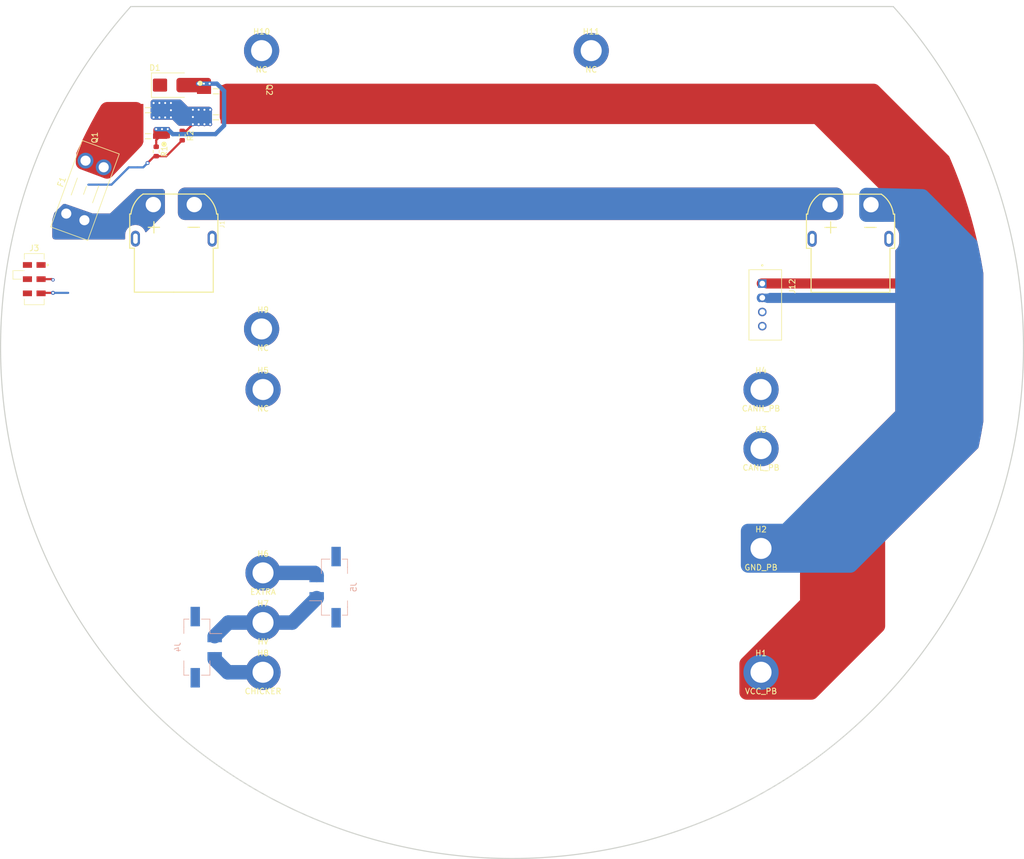
<source format=kicad_pcb>
(kicad_pcb (version 20221018) (generator pcbnew)
  (layers (0 "F.Cu" signal) (31 "B.Cu" signal) (34 "B.Paste" user) (35 "F.Paste" user) (36 "B.SilkS" user "B.Silkscreen") (37 "F.SilkS" user "F.Silkscreen") (38 "B.Mask" user) (39 "F.Mask" user) (44 "Edge.Cuts" user))
  (net 0 "")
  (net 1 "GND")
  (net 2 "/Power Input/VBAT")
  (net 3 "/Power Input/BAT_MID")
  (net 4 "VCC")
  (net 5 "/Power Input/VCC_MID")
  (net 6 "/Power Input/VGATE")
  (net 7 "/Power Input/FUSE_VCC")
  (net 8 "/Power Input/SW")
  (net 9 "EXTRA")
  (net 10 "HV")
  (net 11 "CHICKER")
  (net 21 "CAN-")
  (net 22 "CAN+")
  (footprint "bots:Amass_XT60PW-M" (layer "F.Cu") (at 85.9 43.637895 180)
    (fp_text reference "J1" (at -8.5 -3.5 90) (layer "F.SilkS") (effects (font (size 0.8 0.8) (thickness 0.1))))
    (fp_text value "XT60" hide)
    (fp_line (start -7.756897 -7.682437) (end -7.756897 -1.661935) (stroke (width 0.2)) (layer "F.SilkS"))
    (fp_line (start -7.756897 -1.661935) (end -7.543269 -1.661935) (stroke (width 0.2)) (layer "F.SilkS"))
    (fp_line (start -6.941195 -15.42421) (end -6.941195 -7.682437) (stroke (width 0.2)) (layer "F.SilkS"))
    (fp_line (start -6.941195 -15.42421) (end 0 -15.42421) (stroke (width 0.2)) (layer "F.SilkS"))
    (fp_line (start -6.941195 -7.682437) (end -7.756897 -7.682437) (stroke (width 0.2)) (layer "F.SilkS"))
    (fp_line (start -5.413054 1.85) (end 0 1.85) (stroke (width 0.2)) (layer "F.SilkS"))
    (fp_line (start -4.5 -4) (end -2.5 -4) (stroke (width 0.2)) (layer "F.SilkS"))
    (fp_line (start 2.5 -4) (end 4.5 -4) (stroke (width 0.2)) (layer "F.SilkS"))
    (fp_line (start 3.5 -5) (end 3.5 -3) (stroke (width 0.2)) (layer "F.SilkS"))
    (fp_line (start 5.413054 1.85) (end 0 1.85) (stroke (width 0.2)) (layer "F.SilkS"))
    (fp_line (start 6.941195 -15.42421) (end 0 -15.42421) (stroke (width 0.2)) (layer "F.SilkS"))
    (fp_line (start 6.941195 -15.42421) (end 6.941195 -7.682437) (stroke (width 0.2)) (layer "F.SilkS"))
    (fp_line (start 6.941195 -7.682437) (end 7.756897 -7.682437) (stroke (width 0.2)) (layer "F.SilkS"))
    (fp_line (start 7.756897 -7.682437) (end 7.756897 -1.661935) (stroke (width 0.2)) (layer "F.SilkS"))
    (fp_line (start 7.756897 -1.661935) (end 7.543269 -1.661935) (stroke (width 0.2)) (layer "F.SilkS"))
    (fp_arc (start -5.413054 1.85) (mid -6.858863 0.324953) (end -7.543269 -1.661935) (stroke (width 0.2)) (layer "F.SilkS"))
    (fp_arc (start 7.543269 -1.661935) (mid 6.858863 0.324953) (end 5.413054 1.85) (stroke (width 0.2)) (layer "F.SilkS"))
    (pad "" thru_hole oval (at -6.75 -6 180) (size 1.6 2.8) (drill oval 0.8 1.8) (layers "*.Cu" "*.Mask"))
    (pad "" thru_hole oval (at 6.75 -6 180) (size 1.6 2.8) (drill oval 0.8 1.8) (layers "*.Cu" "*.Mask"))
    (pad "1" thru_hole circle (at -3.6 0 180) (size 4 4) (drill 2.7) (layers "*.Cu" "*.Mask") (net 3 "/Power Input/BAT_MID"))
    (pad "2" thru_hole circle (at 3.6 0 180) (size 4 4) (drill 2.7) (layers "*.Cu" "*.Mask") (net 2 "/Power Input/VBAT"))
  )
  (footprint "bots:Keystone_24929" (layer "F.Cu") (at 101.6 108.484)
    (fp_text reference "H6" (at 0 -3.35) (layer "F.SilkS"))
    (fp_text value "EXTRA" (at 0 3.35) (layer "F.SilkS"))
    (pad "1" thru_hole circle locked (at 0 0) (size 6.2 6.2) (drill 3.7) (layers "*.Cu" "*.Mask") (net 9 "EXTRA"))
  )
  (footprint "bots:Keystone_24929" (layer "F.Cu") (at 159.3469 16.53286)
    (fp_text reference "H11" (at 0 -3.35) (layer "F.SilkS"))
    (fp_text value "NC" (at 0 3.35) (layer "F.SilkS"))
    (pad "1" thru_hole circle locked (at 0 0) (size 6.2 6.2) (drill 3.7) (layers "*.Cu" "*.Mask"))
  )
  (footprint "bots:DPAK-3_ONS" (layer "F.Cu") (at 97.6249 25.980199 -90)
    (fp_text reference "Q2" (at -2.54 -5.08 -90 unlocked) (layer "F.SilkS"))
    (fp_text value "IPD85P04P4-07")
    (fp_line (start -2.7345 3.79984) (end -2.7345 4.8133) (stroke (width 0.1524)) (layer "F.SilkS"))
    (fp_line (start -1.8455 3.79984) (end -1.8455 4.8133) (stroke (width 0.1524)) (layer "F.SilkS"))
    (fp_line (start 1.8455 3.79984) (end 1.8455 4.8133) (stroke (width 0.1524)) (layer "F.SilkS"))
    (fp_line (start 2.7345 3.79984) (end 2.7345 4.8133) (stroke (width 0.1524)) (layer "F.SilkS"))
    (fp_circle (center -3.7 7.1) (end -3.3 7.1) (stroke (width 0.1)) (fill solid) (layer "F.SilkS"))
    (pad "1" smd rect (at -2.290001 6.4135 270) (size 0.9398 2.4892) (layers "F.Cu" "F.Paste" "F.Mask") (net 6 "/Power Input/VGATE"))
    (pad "2" smd rect (at 0 0 270) (size 6.7818 6.9342) (layers "F.Cu" "F.Paste" "F.Mask") (net 4 "VCC"))
    (pad "3" smd rect (at 2.290001 6.4135 270) (size 0.9398 2.4892) (layers "F.Cu" "F.Paste" "F.Mask") (net 5 "/Power Input/VCC_MID"))
  )
  (footprint "bots:Keystone_24929" (layer "F.Cu") (at 101.346 16.53286)
    (fp_text reference "H10" (at 0 -3.35) (layer "F.SilkS"))
    (fp_text value "NC" (at 0 3.35) (layer "F.SilkS"))
    (pad "1" thru_hole circle locked (at 0 0) (size 6.2 6.2) (drill 3.7) (layers "*.Cu" "*.Mask"))
  )
  (footprint "bots:Keystone_24929" (layer "F.Cu") (at 189.23 125.984)
    (fp_text reference "H1" (at 0 -3.35) (layer "F.SilkS"))
    (fp_text value "VCC_PB" (at 0 3.35) (layer "F.SilkS"))
    (pad "1" thru_hole circle locked (at 0 0) (size 6.2 6.2) (drill 3.7) (layers "*.Cu" "*.Mask") (net 4 "VCC"))
  )
  (footprint "bots:Amass_XT60PW-M" (layer "F.Cu") (at 204.978 43.657968 180)
    (fp_text reference "J2" hide)
    (fp_text value "XT60" hide)
    (fp_line (start -7.756897 -7.682437) (end -7.756897 -1.661935) (stroke (width 0.2)) (layer "F.SilkS"))
    (fp_line (start -7.756897 -1.661935) (end -7.543269 -1.661935) (stroke (width 0.2)) (layer "F.SilkS"))
    (fp_line (start -6.941195 -15.42421) (end -6.941195 -7.682437) (stroke (width 0.2)) (layer "F.SilkS"))
    (fp_line (start -6.941195 -15.42421) (end 0 -15.42421) (stroke (width 0.2)) (layer "F.SilkS"))
    (fp_line (start -6.941195 -7.682437) (end -7.756897 -7.682437) (stroke (width 0.2)) (layer "F.SilkS"))
    (fp_line (start -5.413054 1.85) (end 0 1.85) (stroke (width 0.2)) (layer "F.SilkS"))
    (fp_line (start -4.5 -4) (end -2.5 -4) (stroke (width 0.2)) (layer "F.SilkS"))
    (fp_line (start 2.5 -4) (end 4.5 -4) (stroke (width 0.2)) (layer "F.SilkS"))
    (fp_line (start 3.5 -5) (end 3.5 -3) (stroke (width 0.2)) (layer "F.SilkS"))
    (fp_line (start 5.413054 1.85) (end 0 1.85) (stroke (width 0.2)) (layer "F.SilkS"))
    (fp_line (start 6.941195 -15.42421) (end 0 -15.42421) (stroke (width 0.2)) (layer "F.SilkS"))
    (fp_line (start 6.941195 -15.42421) (end 6.941195 -7.682437) (stroke (width 0.2)) (layer "F.SilkS"))
    (fp_line (start 6.941195 -7.682437) (end 7.756897 -7.682437) (stroke (width 0.2)) (layer "F.SilkS"))
    (fp_line (start 7.756897 -7.682437) (end 7.756897 -1.661935) (stroke (width 0.2)) (layer "F.SilkS"))
    (fp_line (start 7.756897 -1.661935) (end 7.543269 -1.661935) (stroke (width 0.2)) (layer "F.SilkS"))
    (fp_arc (start -5.413054 1.85) (mid -6.858863 0.324953) (end -7.543269 -1.661935) (stroke (width 0.2)) (layer "F.SilkS"))
    (fp_arc (start 7.543269 -1.661935) (mid 6.858863 0.324953) (end 5.413054 1.85) (stroke (width 0.2)) (layer "F.SilkS"))
    (pad "" thru_hole oval (at -6.75 -6 180) (size 1.6 2.8) (drill oval 0.8 1.8) (layers "*.Cu" "*.Mask"))
    (pad "" thru_hole oval (at 6.75 -6 180) (size 1.6 2.8) (drill oval 0.8 1.8) (layers "*.Cu" "*.Mask"))
    (pad "1" thru_hole circle (at -3.6 0 180) (size 4 4) (drill 2.7) (layers "*.Cu" "*.Mask") (net 1 "GND"))
    (pad "2" thru_hole circle (at 3.6 0 180) (size 4 4) (drill 2.7) (layers "*.Cu" "*.Mask") (net 3 "/Power Input/BAT_MID"))
  )
  (footprint "bots:JS202011JAQN" (layer "F.Cu") (at 61.341 56.769 -90)
    (fp_text reference "J3" (at -5.461 0 -180) (layer "F.SilkS") (effects (font (size 1.00085 1.00085))))
    (fp_text value "JS202011JAQN")
    (fp_line (start -4.5 -1.75) (end -4.5 1.75) (stroke (width 0.1)) (layer "F.SilkS"))
    (fp_line (start -4.5 1.75) (end -3.5 1.75) (stroke (width 0.1)) (layer "F.SilkS"))
    (fp_line (start -3.5 -1.75) (end -4.5 -1.75) (stroke (width 0.1)) (layer "F.SilkS"))
    (fp_line (start -1.5 1.75) (end -1.5 3.75) (stroke (width 0.1)) (layer "F.SilkS"))
    (fp_line (start -1.5 3.75) (end 0 3.75) (stroke (width 0.1)) (layer "F.SilkS"))
    (fp_line (start 0 3.75) (end 0 2.25) (stroke (width 0.1)) (layer "F.SilkS"))
    (fp_line (start 3.5 -1.75) (end 4.5 -1.75) (stroke (width 0.1)) (layer "F.SilkS"))
    (fp_line (start 4.5 -1.75) (end 4.5 1.75) (stroke (width 0.1)) (layer "F.SilkS"))
    (fp_line (start 4.5 1.75) (end 3.5 1.75) (stroke (width 0.1)) (layer "F.SilkS"))
    (fp_arc (start -2.6 -2.35) (mid -2.5 -2.45) (end -2.4 -2.35) (stroke (width 0.2)) (layer "F.SilkS"))
    (fp_arc (start -2.4 -2.35) (mid -2.5 -2.25) (end -2.6 -2.35) (stroke (width 0.2)) (layer "F.SilkS"))
    (pad "" np_thru_hole circle (at -3.4 0 270) (size 0.9 0.9) (drill 0.9) (layers "*.Cu" "*.Mask"))
    (pad "" np_thru_hole circle (at 3.4 0 270) (size 0.9 0.9) (drill 0.9) (layers "*.Cu" "*.Mask"))
    (pad "1" smd rect (at -2.5 -1.2) (size 1.6 1) (layers "F.Cu" "F.Paste" "F.Mask"))
    (pad "2" smd rect (at 0 -1.2) (size 1.6 1) (layers "F.Cu" "F.Paste" "F.Mask") (net 1 "GND"))
    (pad "3" smd rect (at 2.5 -1.2) (size 1.6 1) (layers "F.Cu" "F.Paste" "F.Mask") (net 8 "/Power Input/SW"))
    (pad "4" smd rect (at -2.5 1.2) (size 1.6 1) (layers "F.Cu" "F.Paste" "F.Mask"))
    (pad "5" smd rect (at 0 1.2) (size 1.6 1) (layers "F.Cu" "F.Paste" "F.Mask"))
    (pad "6" smd rect (at 2.5 1.2) (size 1.6 1) (layers "F.Cu" "F.Paste" "F.Mask"))
  )
  (footprint "bots:Keystone_24929" (layer "F.Cu") (at 101.6 65.53708)
    (fp_text reference "H9" (at 0 -3.35) (layer "F.SilkS"))
    (fp_text value "NC" (at 0 3.35) (layer "F.SilkS"))
    (pad "1" thru_hole circle locked (at -0.254 0) (size 6.2 6.2) (drill 3.7) (layers "*.Cu" "*.Mask"))
  )
  (footprint "bots:D_SMB" (layer "F.Cu") (at 85.6234 22.606)
    (fp_text reference "D1" (at -3.048 -3.048) (layer "F.SilkS"))
    (fp_text value "SMAZ12-13F")
    (fp_line (start -3.66 -2.15) (end -3.66 2.15) (stroke (width 0.12)) (layer "F.SilkS"))
    (fp_line (start -3.66 -2.15) (end 2.15 -2.15) (stroke (width 0.12)) (layer "F.SilkS"))
    (fp_line (start -3.66 2.15) (end 2.15 2.15) (stroke (width 0.12)) (layer "F.SilkS"))
    (pad "1" smd roundrect (at -2.15 0) (size 2.5 2.3) (layers "F.Cu" "F.Paste" "F.Mask") (roundrect_rratio 0.1086956522) (net 5 "/Power Input/VCC_MID"))
    (pad "2" smd roundrect (at 2.15 0) (size 2.5 2.3) (layers "F.Cu" "F.Paste" "F.Mask") (roundrect_rratio 0.1086956522) (net 6 "/Power Input/VGATE"))
  )
  (footprint "bots:DPAK-3_ONS" (layer "F.Cu") (at 77.0763 29.307599 90)
    (fp_text reference "Q1" (at -2.54 -5.08 90 unlocked) (layer "F.SilkS"))
    (fp_text value "IPD85P04P4-07")
    (fp_line (start -2.7345 3.79984) (end -2.7345 4.8133) (stroke (width 0.1524)) (layer "F.SilkS"))
    (fp_line (start -1.8455 3.79984) (end -1.8455 4.8133) (stroke (width 0.1524)) (layer "F.SilkS"))
    (fp_line (start 1.8455 3.79984) (end 1.8455 4.8133) (stroke (width 0.1524)) (layer "F.SilkS"))
    (fp_line (start 2.7345 3.79984) (end 2.7345 4.8133) (stroke (width 0.1524)) (layer "F.SilkS"))
    (fp_circle (center -3.7 7.1) (end -3.3 7.1) (stroke (width 0.1)) (fill solid) (layer "F.SilkS"))
    (pad "1" smd rect (at -2.290001 6.4135 90) (size 0.9398 2.4892) (layers "F.Cu" "F.Paste" "F.Mask") (net 6 "/Power Input/VGATE"))
    (pad "2" smd rect (at 0 0 90) (size 6.7818 6.9342) (layers "F.Cu" "F.Paste" "F.Mask") (net 7 "/Power Input/FUSE_VCC"))
    (pad "3" smd rect (at 2.290001 6.4135 90) (size 0.9398 2.4892) (layers "F.Cu" "F.Paste" "F.Mask") (net 5 "/Power Input/VCC_MID"))
  )
  (footprint "bots:Keystone_24929" (layer "F.Cu") (at 101.6 125.984)
    (fp_text reference "H8" (at 0 -3.35) (layer "F.SilkS"))
    (fp_text value "CHICKER" (at 0 3.35) (layer "F.SilkS"))
    (pad "1" thru_hole circle locked (at 0 0) (size 6.2 6.2) (drill 3.7) (layers "*.Cu" "*.Mask") (net 11 "CHICKER"))
  )
  (footprint "bots:Keystone_24929" (layer "F.Cu") (at 101.6 117.234)
    (fp_text reference "H7" (at 0 -3.35) (layer "F.SilkS"))
    (fp_text value "HV" (at 0 3.35) (layer "F.SilkS"))
    (pad "1" thru_hole circle locked (at 0 0) (size 6.2 6.2) (drill 3.7) (layers "*.Cu" "*.Mask") (net 10 "HV"))
  )
  (footprint "bots:R_0603_1608Metric" (layer "F.Cu") (at 87.376 31.496 -90)
    (fp_text reference "R2" (at 0 -1.43 -270) (layer "F.SilkS"))
    (fp_text value "R_100k")
    (fp_line (start -0.237258 -0.5225) (end 0.237258 -0.5225) (stroke (width 0.12)) (layer "F.SilkS"))
    (fp_line (start -0.237258 0.5225) (end 0.237258 0.5225) (stroke (width 0.12)) (layer "F.SilkS"))
    (pad "1" smd roundrect (at -0.825 0 270) (size 0.8 0.95) (layers "F.Cu" "F.Paste" "F.Mask") (net 5 "/Power Input/VCC_MID"))
    (pad "2" smd roundrect (at 0.825 0 270) (size 0.8 0.95) (layers "F.Cu" "F.Paste" "F.Mask") (net 8 "/Power Input/SW"))
  )
  (footprint "bots:Fuseholder_Blade_Mini_Keystone_3568" (layer "F.Cu") (at 66.97509 45.227441 70)
    (fp_text reference "F1" (at 4.96 -2.67 70) (layer "F.SilkS"))
    (fp_text value "3568")
    (fp_line (start -3.14 -1.77) (end -3.14 5.17) (stroke (width 0.12)) (layer "F.SilkS"))
    (fp_line (start -3.14 5.17) (end 13.06 5.17) (stroke (width 0.12)) (layer "F.SilkS"))
    (fp_line (start 3.36 -0.3) (end 6.56 -0.3) (stroke (width 0.12)) (layer "F.SilkS"))
    (fp_line (start 4.21 1.7) (end 5.71 1.7) (stroke (width 0.12)) (layer "F.SilkS"))
    (fp_line (start 6.56 3.7) (end 3.36 3.7) (stroke (width 0.12)) (layer "F.SilkS"))
    (fp_line (start 13.06 -1.77) (end -3.14 -1.77) (stroke (width 0.12)) (layer "F.SilkS"))
    (fp_line (start 13.06 5.17) (end 13.06 -1.77) (stroke (width 0.12)) (layer "F.SilkS"))
    (pad "1" thru_hole circle (at 0 0 70) (size 2.78 2.78) (drill 1.78) (layers "*.Cu" "*.Mask") (net 2 "/Power Input/VBAT"))
    (pad "1" thru_hole circle (at 0 3.4 70) (size 2.78 2.78) (drill 1.78) (layers "*.Cu" "*.Mask") (net 2 "/Power Input/VBAT"))
    (pad "2" thru_hole circle (at 9.92 0 70) (size 2.78 2.78) (drill 1.78) (layers "*.Cu" "*.Mask") (net 7 "/Power Input/FUSE_VCC"))
    (pad "2" thru_hole circle (at 9.92 3.4 70) (size 2.78 2.78) (drill 1.78) (layers "*.Cu" "*.Mask") (net 7 "/Power Input/FUSE_VCC"))
  )
  (footprint "bots:Keystone_24929" (layer "F.Cu") (at 189.23 86.614)
    (fp_text reference "H3" (at 0 -3.35) (layer "F.SilkS"))
    (fp_text value "CANL_PB" (at 0 3.35) (layer "F.SilkS"))
    (pad "1" thru_hole circle locked (at 0 0) (size 6.2 6.2) (drill 3.7) (layers "*.Cu" "*.Mask") (net 21 "CAN-"))
  )
  (footprint "bots:Keystone_24929" (layer "F.Cu") (at 189.23 76.2)
    (fp_text reference "H4" (at 0 -3.35) (layer "F.SilkS"))
    (fp_text value "CANH_PB" (at 0 3.35) (layer "F.SilkS"))
    (pad "1" thru_hole circle locked (at 0 0) (size 6.2 6.2) (drill 3.7) (layers "*.Cu" "*.Mask") (net 22 "CAN+"))
  )
  (footprint "bots:R_0603_1608Metric" (layer "F.Cu") (at 82.804 34.29 -90)
    (fp_text reference "R1" (at 0 -1.43 -270) (layer "F.SilkS"))
    (fp_text value "R_100k")
    (fp_line (start -0.237258 -0.5225) (end 0.237258 -0.5225) (stroke (width 0.12)) (layer "F.SilkS"))
    (fp_line (start -0.237258 0.5225) (end 0.237258 0.5225) (stroke (width 0.12)) (layer "F.SilkS"))
    (pad "1" smd roundrect (at -0.825 0 270) (size 0.8 0.95) (layers "F.Cu" "F.Paste" "F.Mask") (net 6 "/Power Input/VGATE"))
    (pad "2" smd roundrect (at 0.825 0 270) (size 0.8 0.95) (layers "F.Cu" "F.Paste" "F.Mask") (net 8 "/Power Input/SW"))
  )
  (footprint "bots:JST_B4B-XH-A" (layer "F.Cu") (at 189.975 60.0475 -90)
    (fp_text reference "J12" (at -2.025 -4.76 90) (layer "F.SilkS"))
    (fp_text value "JST_B4B-XH-A")
    (fp_line (start -4.95 -2.875) (end 7.45 -2.875) (stroke (width 0.127)) (layer "F.SilkS"))
    (fp_line (start -4.95 2.875) (end -4.95 -2.875) (stroke (width 0.127)) (layer "F.SilkS"))
    (fp_line (start 7.45 -2.875) (end 7.45 2.875) (stroke (width 0.127)) (layer "F.SilkS"))
    (fp_line (start 7.45 2.875) (end -4.95 2.875) (stroke (width 0.127)) (layer "F.SilkS"))
    (fp_circle (center -5.7 0.525) (end -5.6 0.525) (stroke (width 0.2)) (fill none) (layer "F.SilkS"))
    (pad "1" thru_hole rect (at -2.5 0.525 270) (size 1.508 1.508) (drill 1) (layers "*.Cu" "*.Mask") (net 4 "VCC"))
    (pad "2" thru_hole circle (at 0 0.525 270) (size 1.508 1.508) (drill 1) (layers "*.Cu" "*.Mask") (net 1 "GND"))
    (pad "3" thru_hole circle (at 2.5 0.525 270) (size 1.508 1.508) (drill 1) (layers "*.Cu" "*.Mask") (net 21 "CAN-"))
    (pad "4" thru_hole circle (at 5 0.525 270) (size 1.508 1.508) (drill 1) (layers "*.Cu" "*.Mask") (net 22 "CAN+"))
  )
  (footprint "bots:Keystone_24929" (layer "F.Cu") (at 189.23 104.184)
    (fp_text reference "H2" (at 0 -3.35) (layer "F.SilkS"))
    (fp_text value "GND_PB" (at 0 3.35) (layer "F.SilkS"))
    (pad "1" thru_hole circle locked (at 0 0) (size 6.2 6.2) (drill 3.7) (layers "*.Cu" "*.Mask") (net 1 "GND"))
  )
  (footprint "bots:Keystone_24929" (layer "F.Cu") (at 101.6 76.2)
    (fp_text reference "H5" (at 0 -3.35) (layer "F.SilkS"))
    (fp_text value "NC" (at 0 3.35) (layer "F.SilkS"))
    (pad "1" thru_hole circle locked (at 0 0) (size 6.2 6.2) (drill 3.7) (layers "*.Cu" "*.Mask"))
  )
  (footprint "bots:Molex_Micro-Fit_3.0_43650-0224_1x02-1MP_P3.00mm_Vertical" (layer "B.Cu") (at 89.956 121.563 -90)
    (fp_text reference "J4" (at 0 3.38 90) (layer "B.SilkS") (effects (justify mirror)))
    (fp_text value "Molex MicroFit 1x2_SMD")
    (fp_line (start -4.935 -2.295) (end -2.395 -2.295) (stroke (width 0.12)) (layer "B.SilkS"))
    (fp_line (start -4.935 -0.8) (end -4.935 -2.295) (stroke (width 0.12)) (layer "B.SilkS"))
    (fp_line (start -4.935 1.37) (end -4.935 2.295) (stroke (width 0.12)) (layer "B.SilkS"))
    (fp_line (start -4.935 2.295) (end -3.515 2.295) (stroke (width 0.12)) (layer "B.SilkS"))
    (fp_line (start -3.515 2.295) (end -3.515 2.295) (stroke (width 0.12)) (layer "B.SilkS"))
    (fp_line (start -3.515 2.295) (end -2.395 2.295) (stroke (width 0.12)) (layer "B.SilkS"))
    (fp_line (start -2.395 -2.295) (end -2.395 -4.405) (stroke (width 0.12)) (layer "B.SilkS"))
    (fp_line (start 3.515 2.295) (end 2.395 2.295) (stroke (width 0.12)) (layer "B.SilkS"))
    (fp_line (start 3.515 2.295) (end 3.515 2.295) (stroke (width 0.12)) (layer "B.SilkS"))
    (fp_line (start 4.935 -2.295) (end 2.395 -2.295) (stroke (width 0.12)) (layer "B.SilkS"))
    (fp_line (start 4.935 -0.8) (end 4.935 -2.295) (stroke (width 0.12)) (layer "B.SilkS"))
    (fp_line (start 4.935 1.37) (end 4.935 2.295) (stroke (width 0.12)) (layer "B.SilkS"))
    (fp_line (start 4.935 2.295) (end 3.515 2.295) (stroke (width 0.12)) (layer "B.SilkS"))
    (pad "1" smd rect (at -1.5 -3.135 270) (size 1.27 2.54) (layers "B.Cu" "B.Paste" "B.Mask") (net 10 "HV"))
    (pad "2" smd rect (at 1.5 -3.135 270) (size 1.27 2.54) (layers "B.Cu" "B.Paste" "B.Mask") (net 11 "CHICKER"))
    (pad "MP1" smd rect (at -5.385 0.285 270) (size 3.43 1.65) (layers "B.Cu" "B.Paste" "B.Mask"))
    (pad "MP2" smd rect (at 5.385 0.285 270) (size 3.43 1.65) (layers "B.Cu" "B.Paste" "B.Mask"))
  )
  (footprint "bots:Molex_Micro-Fit_3.0_43650-0224_1x02-1MP_P3.00mm_Vertical" (layer "B.Cu") (at 114.173 110.998 90)
    (fp_text reference "J5" (at 0 3.38 90) (layer "B.SilkS") (effects (justify mirror)))
    (fp_text value "Molex MicroFit 1x2_SMD")
    (fp_line (start -4.935 -2.295) (end -2.395 -2.295) (stroke (width 0.12)) (layer "B.SilkS"))
    (fp_line (start -4.935 -0.8) (end -4.935 -2.295) (stroke (width 0.12)) (layer "B.SilkS"))
    (fp_line (start -4.935 1.37) (end -4.935 2.295) (stroke (width 0.12)) (layer "B.SilkS"))
    (fp_line (start -4.935 2.295) (end -3.515 2.295) (stroke (width 0.12)) (layer "B.SilkS"))
    (fp_line (start -3.515 2.295) (end -3.515 2.295) (stroke (width 0.12)) (layer "B.SilkS"))
    (fp_line (start -3.515 2.295) (end -2.395 2.295) (stroke (width 0.12)) (layer "B.SilkS"))
    (fp_line (start -2.395 -2.295) (end -2.395 -4.405) (stroke (width 0.12)) (layer "B.SilkS"))
    (fp_line (start 3.515 2.295) (end 2.395 2.295) (stroke (width 0.12)) (layer "B.SilkS"))
    (fp_line (start 3.515 2.295) (end 3.515 2.295) (stroke (width 0.12)) (layer "B.SilkS"))
    (fp_line (start 4.935 -2.295) (end 2.395 -2.295) (stroke (width 0.12)) (layer "B.SilkS"))
    (fp_line (start 4.935 -0.8) (end 4.935 -2.295) (stroke (width 0.12)) (layer "B.SilkS"))
    (fp_line (start 4.935 1.37) (end 4.935 2.295) (stroke (width 0.12)) (layer "B.SilkS"))
    (fp_line (start 4.935 2.295) (end 3.515 2.295) (stroke (width 0.12)) (layer "B.SilkS"))
    (pad "1" smd rect (at -1.5 -3.135 90) (size 1.27 2.54) (layers "B.Cu" "B.Paste" "B.Mask") (net 10 "HV"))
    (pad "2" smd rect (at 1.5 -3.135 90) (size 1.27 2.54) (layers "B.Cu" "B.Paste" "B.Mask") (net 9 "EXTRA"))
    (pad "MP1" smd rect (at -5.385 0.285 90) (size 3.43 1.65) (layers "B.Cu" "B.Paste" "B.Mask"))
    (pad "MP2" smd rect (at 5.385 0.285 90) (size 3.43 1.65) (layers "B.Cu" "B.Paste" "B.Mask"))
  )
  (gr_arc (start 212.497039 8.772278) (mid 145.415 158.772278) (end 78.332961 8.772278) (stroke (width 0.2)) (layer "Edge.Cuts"))
  (gr_line (start 78.332961 8.772278) (end 212.497039 8.772278) (stroke (width 0.2)) (layer "Edge.Cuts"))
  (segment (start 64.389 56.769) (end 62.541 56.769) (width 0.381) (layer "F.Cu") (net 1))
  (segment (start 64.643 56.896) (end 64.516 56.896) (width 0.381) (layer "F.Cu") (net 1))
  (segment (start 64.516 56.896) (end 64.389 56.769) (width 0.381) (layer "F.Cu") (net 1))
  (via (at 64.643 56.896) (size 0.6) (drill 0.3) (layers "F.Cu" "B.Cu") (net 1))
  (segment (start 87.376 30.671) (end 88.074 30.671) (width 0.381) (layer "F.Cu") (net 5))
  (segment (start 88.074 30.671) (end 89.2556 29.4894) (width 0.381) (layer "F.Cu") (net 5))
  (via (at 85.3948 28.2956) (size 0.7) (drill 0.35) (layers "F.Cu" "B.Cu") (net 5))
  (via (at 89.2556 29.4894) (size 0.7) (drill 0.35) (layers "F.Cu" "B.Cu") (net 5))
  (via (at 90.2716 26.9494) (size 0.7) (drill 0.35) (layers "F.Cu" "B.Cu") (net 5))
  (via (at 92.3036 29.4894) (size 0.7) (drill 0.35) (layers "F.Cu" "B.Cu") (net 5))
  (via (at 84.3788 25.7556) (size 0.7) (drill 0.35) (layers "F.Cu" "B.Cu") (net 5))
  (via (at 82.3468 25.7556) (size 0.7) (drill 0.35) (layers "F.Cu" "B.Cu") (net 5))
  (via (at 85.3948 27.0256) (size 0.7) (drill 0.35) (layers "F.Cu" "B.Cu") (net 5))
  (via (at 82.3468 28.2956) (size 0.7) (drill 0.35) (layers "F.Cu" "B.Cu") (net 5))
  (via (at 83.3628 25.7556) (size 0.7) (drill 0.35) (layers "F.Cu" "B.Cu") (net 5))
  (via (at 91.2876 26.9494) (size 0.7) (drill 0.35) (layers "F.Cu" "B.Cu") (net 5))
  (via (at 89.2556 28.2194) (size 0.7) (drill 0.35) (layers "F.Cu" "B.Cu") (net 5))
  (via (at 89.2556 26.9494) (size 0.7) (drill 0.35) (layers "F.Cu" "B.Cu") (net 5))
  (via (at 92.3036 26.9494) (size 0.7) (drill 0.35) (layers "F.Cu" "B.Cu") (net 5))
  (via (at 84.3788 28.2956) (size 0.7) (drill 0.35) (layers "F.Cu" "B.Cu") (net 5))
  (via (at 83.3628 28.2956) (size 0.7) (drill 0.35) (layers "F.Cu" "B.Cu") (net 5))
  (via (at 85.3948 25.7556) (size 0.7) (drill 0.35) (layers "F.Cu" "B.Cu") (net 5))
  (via (at 91.2876 29.4894) (size 0.7) (drill 0.35) (layers "F.Cu" "B.Cu") (net 5))
  (via (at 90.2716 29.4894) (size 0.7) (drill 0.35) (layers "F.Cu" "B.Cu") (net 5))
  (segment (start 84.836 30.353) (end 84.899 30.353) (width 0.762) (layer "F.Cu") (net 6))
  (segment (start 82.804 33.465) (end 82.804 32.2834) (width 0.381) (layer "F.Cu") (net 6))
  (segment (start 82.804 32.2834) (end 83.4898 31.5976) (width 0.381) (layer "F.Cu") (net 6))
  (via (at 90.17 22.352) (size 0.7) (drill 0.35) (layers "F.Cu" "B.Cu") (net 6))
  (via (at 91.186 22.352) (size 0.7) (drill 0.35) (layers "F.Cu" "B.Cu") (net 6))
  (via (at 92.202 22.352) (size 0.7) (drill 0.35) (layers "F.Cu" "B.Cu") (net 6))
  (via (at 82.804 30.353) (size 0.7) (drill 0.35) (layers "F.Cu" "B.Cu") (net 6))
  (via (at 83.82 30.353) (size 0.7) (drill 0.35) (layers "F.Cu" "B.Cu") (net 6))
  (via (at 84.836 30.353) (size 0.7) (drill 0.35) (layers "F.Cu" "B.Cu") (net 6))
  (segment (start 85.7194 31.2364) (end 93.2236 31.2364) (width 0.762) (layer "B.Cu") (net 6))
  (segment (start 90.17 22.352) (end 92.202 22.352) (width 0.762) (layer "B.Cu") (net 6))
  (segment (start 93.472 22.352) (end 92.202 22.352) (width 0.762) (layer "B.Cu") (net 6))
  (segment (start 84.836 30.353) (end 85.7194 31.2364) (width 0.762) (layer "B.Cu") (net 6))
  (segment (start 93.2236 31.2364) (end 94.742 29.718) (width 0.762) (layer "B.Cu") (net 6))
  (segment (start 94.742 29.718) (end 94.742 23.622) (width 0.762) (layer "B.Cu") (net 6))
  (segment (start 94.742 23.622) (end 93.472 22.352) (width 0.762) (layer "B.Cu") (net 6))
  (segment (start 82.804 30.353) (end 84.836 30.353) (width 0.762) (layer "B.Cu") (net 6))
  (segment (start 62.628 59.182) (end 62.541 59.269) (width 0.381) (layer "F.Cu") (net 8))
  (segment (start 84.582 35.115) (end 82.804 35.115) (width 0.381) (layer "F.Cu") (net 8))
  (segment (start 64.643 59.182) (end 62.628 59.182) (width 0.381) (layer "F.Cu") (net 8))
  (segment (start 87.376 32.321) (end 84.582 35.115) (width 0.381) (layer "F.Cu") (net 8))
  (segment (start 82.804 35.115) (end 82.487 35.115) (width 0.381) (layer "F.Cu") (net 8))
  (segment (start 82.487 35.115) (end 81.28 36.322) (width 0.381) (layer "F.Cu") (net 8))
  (via (at 64.643 59.182) (size 0.7) (drill 0.35) (layers "F.Cu" "B.Cu") (net 8))
  (via (at 81.28 36.322) (size 0.7) (drill 0.35) (layers "F.Cu" "B.Cu") (net 8))
  (segment (start 80.518 37.084) (end 79.502 37.084) (width 0.381) (layer "B.Cu") (net 8))
  (segment (start 81.28 36.322) (end 80.518 37.084) (width 0.381) (layer "B.Cu") (net 8))
  (segment (start 74.93 40.132) (end 70.866 40.132) (width 0.381) (layer "B.Cu") (net 8))
  (segment (start 67.31 59.182) (end 64.643 59.182) (width 0.381) (layer "B.Cu") (net 8))
  (segment (start 77.978 37.084) (end 77.724 37.338) (width 0.381) (layer "B.Cu") (net 8))
  (segment (start 79.502 37.084) (end 77.978 37.084) (width 0.381) (layer "B.Cu") (net 8))
  (segment (start 77.724 37.338) (end 74.93 40.132) (width 0.381) (layer "B.Cu") (net 8))
  (segment (start 110.659 108.484) (end 111.038 108.863) (width 2.54) (layer "B.Cu") (net 9))
  (segment (start 101.6 108.484) (end 110.659 108.484) (width 2.54) (layer "B.Cu") (net 9))
  (segment (start 95.491 117.234) (end 93.091 119.634) (width 2.54) (layer "B.Cu") (net 10))
  (segment (start 101.6 117.234) (end 106.731 117.234) (width 2.54) (layer "B.Cu") (net 10))
  (segment (start 101.6 117.234) (end 95.491 117.234) (width 2.54) (layer "B.Cu") (net 10))
  (segment (start 106.731 117.234) (end 111.038 112.927) (width 2.54) (layer "B.Cu") (net 10))
  (segment (start 101.6 125.984) (end 95.377 125.984) (width 2.54) (layer "B.Cu") (net 11))
  (segment (start 95.377 125.984) (end 93.091 123.698) (width 2.54) (layer "B.Cu") (net 11))
  (zone (net 6) (net_name "/Power Input/VGATE") (layer "F.Cu") (name "GATEPOUR2") (priority 6) (connect_pads yes (clearance 0)) (min_thickness 0.25) (fill yes (thermal_gap 0.5) (thermal_bridge_width 0.5) (smoothing fillet) (radius 0.508))
    (polygon (pts (xy 82.296 29.972) (xy 82.296 32.004) (xy 85.09 32.004) (xy 85.217 31.877) (xy 85.217 30.099) (xy 85.09 29.972)))
  )
  (zone (net 6) (net_name "/Power Input/VGATE") (layer "F.Cu") (name "GATEPOUR2") (priority 6) (connect_pads yes (clearance 0)) (min_thickness 0.25) (fill yes (thermal_gap 0.5) (thermal_bridge_width 0.5) (smoothing fillet) (radius 0.508))
    (polygon (pts (xy 92.456 21.336) (xy 92.456 23.876) (xy 86.36 23.876) (xy 86.36 21.336)))
  )
  (zone (net 4) (net_name "VCC") (layer "F.Cu") (name "VCC_POUR") (priority 5) (connect_pads yes (clearance 0.254)) (min_thickness 0.25) (fill yes (thermal_gap 0.5) (thermal_bridge_width 0.5) (smoothing fillet) (radius 1.27))
    (polygon (pts (xy 198.628 29.464) (xy 212.852 43.688) (xy 212.852 56.642) (xy 188.468 56.642) (xy 188.468 58.42) (xy 212.852 58.42) (xy 212.852 80.01) (xy 196.088 96.774) (xy 196.088 113.284) (xy 185.42 123.952) (xy 185.42 130.81) (xy 198.628 130.81) (xy 211.074 118.364) (xy 211.074 102.87) (xy 228.346 85.598) (xy 228.346 41.148) (xy 209.55 22.352) (xy 93.98 22.352) (xy 93.98 29.464)))
  )
  (zone (net 7) (net_name "/Power Input/FUSE_VCC") (layer "F.Cu") (name "VBAT_POUR") (priority 1) (connect_pads yes (clearance 0.508)) (min_thickness 0.25) (fill yes (thermal_gap 0.5) (thermal_bridge_width 0.5) (smoothing fillet) (radius 1.27))
    (polygon (pts (xy 80.518 25.576693) (xy 73.66 25.576693) (xy 69.088 30.148693) (xy 68.58 37.084) (xy 74.478706 39.292693) (xy 80.518 33.02)))
  )
  (zone (net 5) (net_name "/Power Input/VCC_MID") (layers "F&B.Cu") (name "VCC_MID_POUR") (priority 3) (connect_pads yes (clearance 0.508)) (min_thickness 0.25) (fill yes (thermal_gap 0.5) (thermal_bridge_width 0.5) (smoothing fillet) (radius 0.508))
    (polygon (pts (xy 85.6742 28.702) (xy 86.741 29.7688) (xy 92.6084 29.7688) (xy 92.6084 26.416) (xy 88.392 26.416) (xy 87.122 25.146) (xy 81.8134 25.146) (xy 81.8134 28.702)))
  )
  (zone (net 3) (net_name "/Power Input/BAT_MID") (layers "F&B.Cu") (name "BAT_MID_POUR") (priority 1) (connect_pads yes (clearance 0.508)) (min_thickness 0.25) (fill yes (thermal_gap 0.5) (thermal_bridge_width 0.5) (smoothing fillet) (radius 1.27))
    (polygon (pts (xy 86.614 40.64) (xy 86.614 46.355) (xy 203.708 46.355) (xy 203.708 40.64)))
  )
  (zone (net 2) (net_name "/Power Input/VBAT") (layers "F&B.Cu") (name "FUSEPOUR") (priority 2) (connect_pads yes (clearance 0.508)) (min_thickness 0.25) (fill yes (thermal_gap 0.5) (thermal_bridge_width 0.5) (smoothing fillet) (radius 0.508))
    (polygon (pts (xy 84.328 45.212) (xy 84.328 40.894) (xy 79.248 40.894) (xy 74.676 45.212) (xy 71.628 45.212) (xy 66.548 43.434) (xy 64.516 45.466) (xy 64.516 49.784) (xy 79.756 49.784)))
  )
  (zone (net 1) (net_name "GND") (layer "B.Cu") (name "GND_POUR") (connect_pads yes (clearance 0.254)) (min_thickness 0.25) (fill yes (thermal_gap 0.5) (thermal_bridge_width 0.5) (smoothing fillet) (radius 1.27))
    (polygon (pts (xy 206.502 46.68931) (xy 212.852 46.677096) (xy 212.852 59.182) (xy 188.468 59.182) (xy 188.468 60.96) (xy 212.852 60.96) (xy 212.852 80.021237) (xy 193.04 99.833237) (xy 185.674 99.833237) (xy 185.674 108.451581) (xy 205.486 108.458) (xy 228.346 85.598) (xy 228.346 51.131245) (xy 218.141051 40.926296) (xy 206.502 40.64)))
  )
)
</source>
